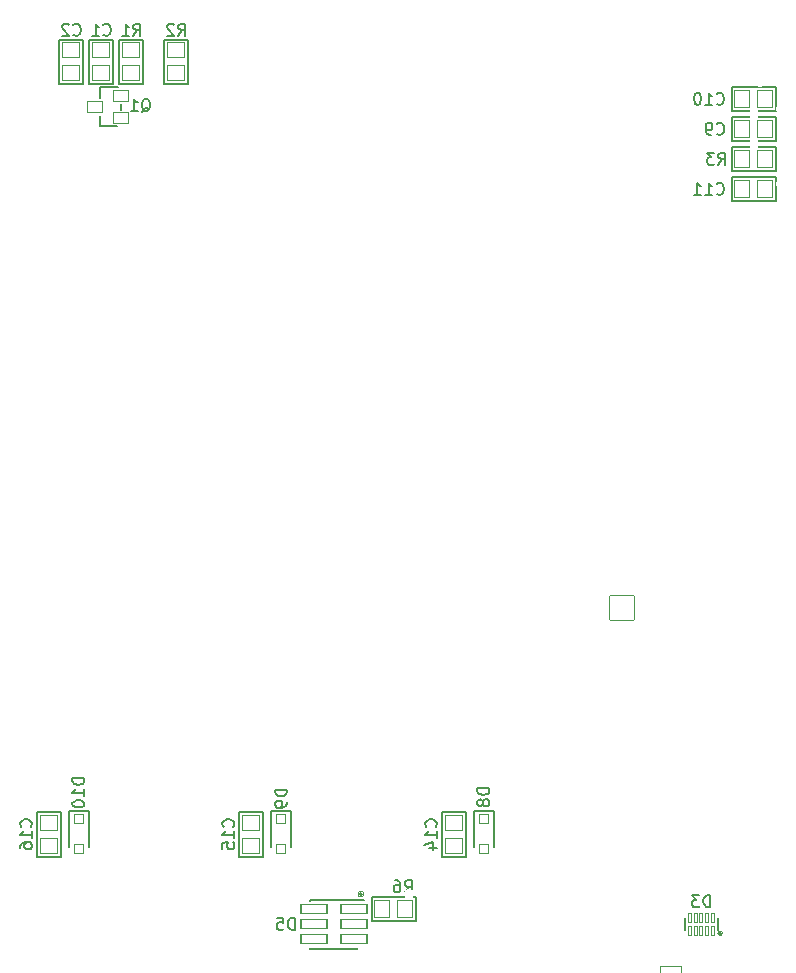
<source format=gbo>
G04 #@! TF.GenerationSoftware,KiCad,Pcbnew,7.0.9*
G04 #@! TF.CreationDate,2023-12-25T18:17:51+01:00*
G04 #@! TF.ProjectId,wall-mounted-room-temperature-sensor-wifi,77616c6c-2d6d-46f7-956e-7465642d726f,v1.0*
G04 #@! TF.SameCoordinates,Original*
G04 #@! TF.FileFunction,Legend,Bot*
G04 #@! TF.FilePolarity,Positive*
%FSLAX46Y46*%
G04 Gerber Fmt 4.6, Leading zero omitted, Abs format (unit mm)*
G04 Created by KiCad (PCBNEW 7.0.9) date 2023-12-25 18:17:51*
%MOMM*%
%LPD*%
G01*
G04 APERTURE LIST*
G04 Aperture macros list*
%AMRoundRect*
0 Rectangle with rounded corners*
0 $1 Rounding radius*
0 $2 $3 $4 $5 $6 $7 $8 $9 X,Y pos of 4 corners*
0 Add a 4 corners polygon primitive as box body*
4,1,4,$2,$3,$4,$5,$6,$7,$8,$9,$2,$3,0*
0 Add four circle primitives for the rounded corners*
1,1,$1+$1,$2,$3*
1,1,$1+$1,$4,$5*
1,1,$1+$1,$6,$7*
1,1,$1+$1,$8,$9*
0 Add four rect primitives between the rounded corners*
20,1,$1+$1,$2,$3,$4,$5,0*
20,1,$1+$1,$4,$5,$6,$7,0*
20,1,$1+$1,$6,$7,$8,$9,0*
20,1,$1+$1,$8,$9,$2,$3,0*%
G04 Aperture macros list end*
%ADD10C,0.170000*%
%ADD11C,0.160000*%
%ADD12C,0.120000*%
%ADD13C,1.950000*%
%ADD14C,3.600000*%
%ADD15C,3.100000*%
%ADD16RoundRect,0.050000X-0.900000X0.900000X-0.900000X-0.900000X0.900000X-0.900000X0.900000X0.900000X0*%
%ADD17O,1.900000X1.900000*%
%ADD18RoundRect,0.050000X-0.525000X-0.750000X0.525000X-0.750000X0.525000X0.750000X-0.525000X0.750000X0*%
%ADD19RoundRect,0.312500X-0.262500X-0.487500X0.262500X-0.487500X0.262500X0.487500X-0.262500X0.487500X0*%
%ADD20RoundRect,0.050000X1.050000X1.050000X-1.050000X1.050000X-1.050000X-1.050000X1.050000X-1.050000X0*%
%ADD21O,2.200000X2.200000*%
%ADD22C,3.300000*%
%ADD23C,4.600000*%
%ADD24RoundRect,0.050000X0.750000X-0.650000X0.750000X0.650000X-0.750000X0.650000X-0.750000X-0.650000X0*%
%ADD25RoundRect,0.050000X-0.650000X-0.750000X0.650000X-0.750000X0.650000X0.750000X-0.650000X0.750000X0*%
%ADD26RoundRect,0.050000X-0.750000X0.650000X-0.750000X-0.650000X0.750000X-0.650000X0.750000X0.650000X0*%
%ADD27RoundRect,0.050000X0.150000X0.400000X-0.150000X0.400000X-0.150000X-0.400000X0.150000X-0.400000X0*%
%ADD28RoundRect,0.050000X-0.400000X0.400000X-0.400000X-0.400000X0.400000X-0.400000X0.400000X0.400000X0*%
%ADD29RoundRect,0.050000X0.650000X0.500000X-0.650000X0.500000X-0.650000X-0.500000X0.650000X-0.500000X0*%
%ADD30RoundRect,0.050000X0.650000X0.750000X-0.650000X0.750000X-0.650000X-0.750000X0.650000X-0.750000X0*%
%ADD31RoundRect,0.050000X1.100000X0.400000X-1.100000X0.400000X-1.100000X-0.400000X1.100000X-0.400000X0*%
%ADD32C,0.900000*%
G04 APERTURE END LIST*
D10*
X79541666Y-70081540D02*
X79589285Y-70129160D01*
X79589285Y-70129160D02*
X79732142Y-70176779D01*
X79732142Y-70176779D02*
X79827380Y-70176779D01*
X79827380Y-70176779D02*
X79970237Y-70129160D01*
X79970237Y-70129160D02*
X80065475Y-70033921D01*
X80065475Y-70033921D02*
X80113094Y-69938683D01*
X80113094Y-69938683D02*
X80160713Y-69748207D01*
X80160713Y-69748207D02*
X80160713Y-69605350D01*
X80160713Y-69605350D02*
X80113094Y-69414874D01*
X80113094Y-69414874D02*
X80065475Y-69319636D01*
X80065475Y-69319636D02*
X79970237Y-69224398D01*
X79970237Y-69224398D02*
X79827380Y-69176779D01*
X79827380Y-69176779D02*
X79732142Y-69176779D01*
X79732142Y-69176779D02*
X79589285Y-69224398D01*
X79589285Y-69224398D02*
X79541666Y-69272017D01*
X78589285Y-70176779D02*
X79160713Y-70176779D01*
X78874999Y-70176779D02*
X78874999Y-69176779D01*
X78874999Y-69176779D02*
X78970237Y-69319636D01*
X78970237Y-69319636D02*
X79065475Y-69414874D01*
X79065475Y-69414874D02*
X79160713Y-69462493D01*
X77001666Y-70081540D02*
X77049285Y-70129160D01*
X77049285Y-70129160D02*
X77192142Y-70176779D01*
X77192142Y-70176779D02*
X77287380Y-70176779D01*
X77287380Y-70176779D02*
X77430237Y-70129160D01*
X77430237Y-70129160D02*
X77525475Y-70033921D01*
X77525475Y-70033921D02*
X77573094Y-69938683D01*
X77573094Y-69938683D02*
X77620713Y-69748207D01*
X77620713Y-69748207D02*
X77620713Y-69605350D01*
X77620713Y-69605350D02*
X77573094Y-69414874D01*
X77573094Y-69414874D02*
X77525475Y-69319636D01*
X77525475Y-69319636D02*
X77430237Y-69224398D01*
X77430237Y-69224398D02*
X77287380Y-69176779D01*
X77287380Y-69176779D02*
X77192142Y-69176779D01*
X77192142Y-69176779D02*
X77049285Y-69224398D01*
X77049285Y-69224398D02*
X77001666Y-69272017D01*
X76620713Y-69272017D02*
X76573094Y-69224398D01*
X76573094Y-69224398D02*
X76477856Y-69176779D01*
X76477856Y-69176779D02*
X76239761Y-69176779D01*
X76239761Y-69176779D02*
X76144523Y-69224398D01*
X76144523Y-69224398D02*
X76096904Y-69272017D01*
X76096904Y-69272017D02*
X76049285Y-69367255D01*
X76049285Y-69367255D02*
X76049285Y-69462493D01*
X76049285Y-69462493D02*
X76096904Y-69605350D01*
X76096904Y-69605350D02*
X76668332Y-70176779D01*
X76668332Y-70176779D02*
X76049285Y-70176779D01*
X131484666Y-78463540D02*
X131532285Y-78511160D01*
X131532285Y-78511160D02*
X131675142Y-78558779D01*
X131675142Y-78558779D02*
X131770380Y-78558779D01*
X131770380Y-78558779D02*
X131913237Y-78511160D01*
X131913237Y-78511160D02*
X132008475Y-78415921D01*
X132008475Y-78415921D02*
X132056094Y-78320683D01*
X132056094Y-78320683D02*
X132103713Y-78130207D01*
X132103713Y-78130207D02*
X132103713Y-77987350D01*
X132103713Y-77987350D02*
X132056094Y-77796874D01*
X132056094Y-77796874D02*
X132008475Y-77701636D01*
X132008475Y-77701636D02*
X131913237Y-77606398D01*
X131913237Y-77606398D02*
X131770380Y-77558779D01*
X131770380Y-77558779D02*
X131675142Y-77558779D01*
X131675142Y-77558779D02*
X131532285Y-77606398D01*
X131532285Y-77606398D02*
X131484666Y-77654017D01*
X131008475Y-78558779D02*
X130817999Y-78558779D01*
X130817999Y-78558779D02*
X130722761Y-78511160D01*
X130722761Y-78511160D02*
X130675142Y-78463540D01*
X130675142Y-78463540D02*
X130579904Y-78320683D01*
X130579904Y-78320683D02*
X130532285Y-78130207D01*
X130532285Y-78130207D02*
X130532285Y-77749255D01*
X130532285Y-77749255D02*
X130579904Y-77654017D01*
X130579904Y-77654017D02*
X130627523Y-77606398D01*
X130627523Y-77606398D02*
X130722761Y-77558779D01*
X130722761Y-77558779D02*
X130913237Y-77558779D01*
X130913237Y-77558779D02*
X131008475Y-77606398D01*
X131008475Y-77606398D02*
X131056094Y-77654017D01*
X131056094Y-77654017D02*
X131103713Y-77749255D01*
X131103713Y-77749255D02*
X131103713Y-77987350D01*
X131103713Y-77987350D02*
X131056094Y-78082588D01*
X131056094Y-78082588D02*
X131008475Y-78130207D01*
X131008475Y-78130207D02*
X130913237Y-78177826D01*
X130913237Y-78177826D02*
X130722761Y-78177826D01*
X130722761Y-78177826D02*
X130627523Y-78130207D01*
X130627523Y-78130207D02*
X130579904Y-78082588D01*
X130579904Y-78082588D02*
X130532285Y-77987350D01*
X131452857Y-75923540D02*
X131500476Y-75971160D01*
X131500476Y-75971160D02*
X131643333Y-76018779D01*
X131643333Y-76018779D02*
X131738571Y-76018779D01*
X131738571Y-76018779D02*
X131881428Y-75971160D01*
X131881428Y-75971160D02*
X131976666Y-75875921D01*
X131976666Y-75875921D02*
X132024285Y-75780683D01*
X132024285Y-75780683D02*
X132071904Y-75590207D01*
X132071904Y-75590207D02*
X132071904Y-75447350D01*
X132071904Y-75447350D02*
X132024285Y-75256874D01*
X132024285Y-75256874D02*
X131976666Y-75161636D01*
X131976666Y-75161636D02*
X131881428Y-75066398D01*
X131881428Y-75066398D02*
X131738571Y-75018779D01*
X131738571Y-75018779D02*
X131643333Y-75018779D01*
X131643333Y-75018779D02*
X131500476Y-75066398D01*
X131500476Y-75066398D02*
X131452857Y-75114017D01*
X130500476Y-76018779D02*
X131071904Y-76018779D01*
X130786190Y-76018779D02*
X130786190Y-75018779D01*
X130786190Y-75018779D02*
X130881428Y-75161636D01*
X130881428Y-75161636D02*
X130976666Y-75256874D01*
X130976666Y-75256874D02*
X131071904Y-75304493D01*
X129881428Y-75018779D02*
X129786190Y-75018779D01*
X129786190Y-75018779D02*
X129690952Y-75066398D01*
X129690952Y-75066398D02*
X129643333Y-75114017D01*
X129643333Y-75114017D02*
X129595714Y-75209255D01*
X129595714Y-75209255D02*
X129548095Y-75399731D01*
X129548095Y-75399731D02*
X129548095Y-75637826D01*
X129548095Y-75637826D02*
X129595714Y-75828302D01*
X129595714Y-75828302D02*
X129643333Y-75923540D01*
X129643333Y-75923540D02*
X129690952Y-75971160D01*
X129690952Y-75971160D02*
X129786190Y-76018779D01*
X129786190Y-76018779D02*
X129881428Y-76018779D01*
X129881428Y-76018779D02*
X129976666Y-75971160D01*
X129976666Y-75971160D02*
X130024285Y-75923540D01*
X130024285Y-75923540D02*
X130071904Y-75828302D01*
X130071904Y-75828302D02*
X130119523Y-75637826D01*
X130119523Y-75637826D02*
X130119523Y-75399731D01*
X130119523Y-75399731D02*
X130071904Y-75209255D01*
X130071904Y-75209255D02*
X130024285Y-75114017D01*
X130024285Y-75114017D02*
X129976666Y-75066398D01*
X129976666Y-75066398D02*
X129881428Y-75018779D01*
X131452857Y-83543540D02*
X131500476Y-83591160D01*
X131500476Y-83591160D02*
X131643333Y-83638779D01*
X131643333Y-83638779D02*
X131738571Y-83638779D01*
X131738571Y-83638779D02*
X131881428Y-83591160D01*
X131881428Y-83591160D02*
X131976666Y-83495921D01*
X131976666Y-83495921D02*
X132024285Y-83400683D01*
X132024285Y-83400683D02*
X132071904Y-83210207D01*
X132071904Y-83210207D02*
X132071904Y-83067350D01*
X132071904Y-83067350D02*
X132024285Y-82876874D01*
X132024285Y-82876874D02*
X131976666Y-82781636D01*
X131976666Y-82781636D02*
X131881428Y-82686398D01*
X131881428Y-82686398D02*
X131738571Y-82638779D01*
X131738571Y-82638779D02*
X131643333Y-82638779D01*
X131643333Y-82638779D02*
X131500476Y-82686398D01*
X131500476Y-82686398D02*
X131452857Y-82734017D01*
X130500476Y-83638779D02*
X131071904Y-83638779D01*
X130786190Y-83638779D02*
X130786190Y-82638779D01*
X130786190Y-82638779D02*
X130881428Y-82781636D01*
X130881428Y-82781636D02*
X130976666Y-82876874D01*
X130976666Y-82876874D02*
X131071904Y-82924493D01*
X129548095Y-83638779D02*
X130119523Y-83638779D01*
X129833809Y-83638779D02*
X129833809Y-82638779D01*
X129833809Y-82638779D02*
X129929047Y-82781636D01*
X129929047Y-82781636D02*
X130024285Y-82876874D01*
X130024285Y-82876874D02*
X130119523Y-82924493D01*
X107673540Y-137152142D02*
X107721160Y-137104523D01*
X107721160Y-137104523D02*
X107768779Y-136961666D01*
X107768779Y-136961666D02*
X107768779Y-136866428D01*
X107768779Y-136866428D02*
X107721160Y-136723571D01*
X107721160Y-136723571D02*
X107625921Y-136628333D01*
X107625921Y-136628333D02*
X107530683Y-136580714D01*
X107530683Y-136580714D02*
X107340207Y-136533095D01*
X107340207Y-136533095D02*
X107197350Y-136533095D01*
X107197350Y-136533095D02*
X107006874Y-136580714D01*
X107006874Y-136580714D02*
X106911636Y-136628333D01*
X106911636Y-136628333D02*
X106816398Y-136723571D01*
X106816398Y-136723571D02*
X106768779Y-136866428D01*
X106768779Y-136866428D02*
X106768779Y-136961666D01*
X106768779Y-136961666D02*
X106816398Y-137104523D01*
X106816398Y-137104523D02*
X106864017Y-137152142D01*
X107768779Y-138104523D02*
X107768779Y-137533095D01*
X107768779Y-137818809D02*
X106768779Y-137818809D01*
X106768779Y-137818809D02*
X106911636Y-137723571D01*
X106911636Y-137723571D02*
X107006874Y-137628333D01*
X107006874Y-137628333D02*
X107054493Y-137533095D01*
X107102112Y-138961666D02*
X107768779Y-138961666D01*
X106721160Y-138723571D02*
X107435445Y-138485476D01*
X107435445Y-138485476D02*
X107435445Y-139104523D01*
X90528540Y-137152142D02*
X90576160Y-137104523D01*
X90576160Y-137104523D02*
X90623779Y-136961666D01*
X90623779Y-136961666D02*
X90623779Y-136866428D01*
X90623779Y-136866428D02*
X90576160Y-136723571D01*
X90576160Y-136723571D02*
X90480921Y-136628333D01*
X90480921Y-136628333D02*
X90385683Y-136580714D01*
X90385683Y-136580714D02*
X90195207Y-136533095D01*
X90195207Y-136533095D02*
X90052350Y-136533095D01*
X90052350Y-136533095D02*
X89861874Y-136580714D01*
X89861874Y-136580714D02*
X89766636Y-136628333D01*
X89766636Y-136628333D02*
X89671398Y-136723571D01*
X89671398Y-136723571D02*
X89623779Y-136866428D01*
X89623779Y-136866428D02*
X89623779Y-136961666D01*
X89623779Y-136961666D02*
X89671398Y-137104523D01*
X89671398Y-137104523D02*
X89719017Y-137152142D01*
X90623779Y-138104523D02*
X90623779Y-137533095D01*
X90623779Y-137818809D02*
X89623779Y-137818809D01*
X89623779Y-137818809D02*
X89766636Y-137723571D01*
X89766636Y-137723571D02*
X89861874Y-137628333D01*
X89861874Y-137628333D02*
X89909493Y-137533095D01*
X89623779Y-139009285D02*
X89623779Y-138533095D01*
X89623779Y-138533095D02*
X90099969Y-138485476D01*
X90099969Y-138485476D02*
X90052350Y-138533095D01*
X90052350Y-138533095D02*
X90004731Y-138628333D01*
X90004731Y-138628333D02*
X90004731Y-138866428D01*
X90004731Y-138866428D02*
X90052350Y-138961666D01*
X90052350Y-138961666D02*
X90099969Y-139009285D01*
X90099969Y-139009285D02*
X90195207Y-139056904D01*
X90195207Y-139056904D02*
X90433302Y-139056904D01*
X90433302Y-139056904D02*
X90528540Y-139009285D01*
X90528540Y-139009285D02*
X90576160Y-138961666D01*
X90576160Y-138961666D02*
X90623779Y-138866428D01*
X90623779Y-138866428D02*
X90623779Y-138628333D01*
X90623779Y-138628333D02*
X90576160Y-138533095D01*
X90576160Y-138533095D02*
X90528540Y-138485476D01*
X73383540Y-137152142D02*
X73431160Y-137104523D01*
X73431160Y-137104523D02*
X73478779Y-136961666D01*
X73478779Y-136961666D02*
X73478779Y-136866428D01*
X73478779Y-136866428D02*
X73431160Y-136723571D01*
X73431160Y-136723571D02*
X73335921Y-136628333D01*
X73335921Y-136628333D02*
X73240683Y-136580714D01*
X73240683Y-136580714D02*
X73050207Y-136533095D01*
X73050207Y-136533095D02*
X72907350Y-136533095D01*
X72907350Y-136533095D02*
X72716874Y-136580714D01*
X72716874Y-136580714D02*
X72621636Y-136628333D01*
X72621636Y-136628333D02*
X72526398Y-136723571D01*
X72526398Y-136723571D02*
X72478779Y-136866428D01*
X72478779Y-136866428D02*
X72478779Y-136961666D01*
X72478779Y-136961666D02*
X72526398Y-137104523D01*
X72526398Y-137104523D02*
X72574017Y-137152142D01*
X73478779Y-138104523D02*
X73478779Y-137533095D01*
X73478779Y-137818809D02*
X72478779Y-137818809D01*
X72478779Y-137818809D02*
X72621636Y-137723571D01*
X72621636Y-137723571D02*
X72716874Y-137628333D01*
X72716874Y-137628333D02*
X72764493Y-137533095D01*
X72478779Y-138961666D02*
X72478779Y-138771190D01*
X72478779Y-138771190D02*
X72526398Y-138675952D01*
X72526398Y-138675952D02*
X72574017Y-138628333D01*
X72574017Y-138628333D02*
X72716874Y-138533095D01*
X72716874Y-138533095D02*
X72907350Y-138485476D01*
X72907350Y-138485476D02*
X73288302Y-138485476D01*
X73288302Y-138485476D02*
X73383540Y-138533095D01*
X73383540Y-138533095D02*
X73431160Y-138580714D01*
X73431160Y-138580714D02*
X73478779Y-138675952D01*
X73478779Y-138675952D02*
X73478779Y-138866428D01*
X73478779Y-138866428D02*
X73431160Y-138961666D01*
X73431160Y-138961666D02*
X73383540Y-139009285D01*
X73383540Y-139009285D02*
X73288302Y-139056904D01*
X73288302Y-139056904D02*
X73050207Y-139056904D01*
X73050207Y-139056904D02*
X72954969Y-139009285D01*
X72954969Y-139009285D02*
X72907350Y-138961666D01*
X72907350Y-138961666D02*
X72859731Y-138866428D01*
X72859731Y-138866428D02*
X72859731Y-138675952D01*
X72859731Y-138675952D02*
X72907350Y-138580714D01*
X72907350Y-138580714D02*
X72954969Y-138533095D01*
X72954969Y-138533095D02*
X73050207Y-138485476D01*
X130913094Y-143963779D02*
X130913094Y-142963779D01*
X130913094Y-142963779D02*
X130674999Y-142963779D01*
X130674999Y-142963779D02*
X130532142Y-143011398D01*
X130532142Y-143011398D02*
X130436904Y-143106636D01*
X130436904Y-143106636D02*
X130389285Y-143201874D01*
X130389285Y-143201874D02*
X130341666Y-143392350D01*
X130341666Y-143392350D02*
X130341666Y-143535207D01*
X130341666Y-143535207D02*
X130389285Y-143725683D01*
X130389285Y-143725683D02*
X130436904Y-143820921D01*
X130436904Y-143820921D02*
X130532142Y-143916160D01*
X130532142Y-143916160D02*
X130674999Y-143963779D01*
X130674999Y-143963779D02*
X130913094Y-143963779D01*
X130008332Y-142963779D02*
X129389285Y-142963779D01*
X129389285Y-142963779D02*
X129722618Y-143344731D01*
X129722618Y-143344731D02*
X129579761Y-143344731D01*
X129579761Y-143344731D02*
X129484523Y-143392350D01*
X129484523Y-143392350D02*
X129436904Y-143439969D01*
X129436904Y-143439969D02*
X129389285Y-143535207D01*
X129389285Y-143535207D02*
X129389285Y-143773302D01*
X129389285Y-143773302D02*
X129436904Y-143868540D01*
X129436904Y-143868540D02*
X129484523Y-143916160D01*
X129484523Y-143916160D02*
X129579761Y-143963779D01*
X129579761Y-143963779D02*
X129865475Y-143963779D01*
X129865475Y-143963779D02*
X129960713Y-143916160D01*
X129960713Y-143916160D02*
X130008332Y-143868540D01*
D11*
X112214299Y-133881905D02*
X111214299Y-133881905D01*
X111214299Y-133881905D02*
X111214299Y-134120000D01*
X111214299Y-134120000D02*
X111261918Y-134262857D01*
X111261918Y-134262857D02*
X111357156Y-134358095D01*
X111357156Y-134358095D02*
X111452394Y-134405714D01*
X111452394Y-134405714D02*
X111642870Y-134453333D01*
X111642870Y-134453333D02*
X111785727Y-134453333D01*
X111785727Y-134453333D02*
X111976203Y-134405714D01*
X111976203Y-134405714D02*
X112071441Y-134358095D01*
X112071441Y-134358095D02*
X112166680Y-134262857D01*
X112166680Y-134262857D02*
X112214299Y-134120000D01*
X112214299Y-134120000D02*
X112214299Y-133881905D01*
X111642870Y-135024762D02*
X111595251Y-134929524D01*
X111595251Y-134929524D02*
X111547632Y-134881905D01*
X111547632Y-134881905D02*
X111452394Y-134834286D01*
X111452394Y-134834286D02*
X111404775Y-134834286D01*
X111404775Y-134834286D02*
X111309537Y-134881905D01*
X111309537Y-134881905D02*
X111261918Y-134929524D01*
X111261918Y-134929524D02*
X111214299Y-135024762D01*
X111214299Y-135024762D02*
X111214299Y-135215238D01*
X111214299Y-135215238D02*
X111261918Y-135310476D01*
X111261918Y-135310476D02*
X111309537Y-135358095D01*
X111309537Y-135358095D02*
X111404775Y-135405714D01*
X111404775Y-135405714D02*
X111452394Y-135405714D01*
X111452394Y-135405714D02*
X111547632Y-135358095D01*
X111547632Y-135358095D02*
X111595251Y-135310476D01*
X111595251Y-135310476D02*
X111642870Y-135215238D01*
X111642870Y-135215238D02*
X111642870Y-135024762D01*
X111642870Y-135024762D02*
X111690489Y-134929524D01*
X111690489Y-134929524D02*
X111738108Y-134881905D01*
X111738108Y-134881905D02*
X111833346Y-134834286D01*
X111833346Y-134834286D02*
X112023822Y-134834286D01*
X112023822Y-134834286D02*
X112119060Y-134881905D01*
X112119060Y-134881905D02*
X112166680Y-134929524D01*
X112166680Y-134929524D02*
X112214299Y-135024762D01*
X112214299Y-135024762D02*
X112214299Y-135215238D01*
X112214299Y-135215238D02*
X112166680Y-135310476D01*
X112166680Y-135310476D02*
X112119060Y-135358095D01*
X112119060Y-135358095D02*
X112023822Y-135405714D01*
X112023822Y-135405714D02*
X111833346Y-135405714D01*
X111833346Y-135405714D02*
X111738108Y-135358095D01*
X111738108Y-135358095D02*
X111690489Y-135310476D01*
X111690489Y-135310476D02*
X111642870Y-135215238D01*
X95069299Y-134008905D02*
X94069299Y-134008905D01*
X94069299Y-134008905D02*
X94069299Y-134247000D01*
X94069299Y-134247000D02*
X94116918Y-134389857D01*
X94116918Y-134389857D02*
X94212156Y-134485095D01*
X94212156Y-134485095D02*
X94307394Y-134532714D01*
X94307394Y-134532714D02*
X94497870Y-134580333D01*
X94497870Y-134580333D02*
X94640727Y-134580333D01*
X94640727Y-134580333D02*
X94831203Y-134532714D01*
X94831203Y-134532714D02*
X94926441Y-134485095D01*
X94926441Y-134485095D02*
X95021680Y-134389857D01*
X95021680Y-134389857D02*
X95069299Y-134247000D01*
X95069299Y-134247000D02*
X95069299Y-134008905D01*
X95069299Y-135056524D02*
X95069299Y-135247000D01*
X95069299Y-135247000D02*
X95021680Y-135342238D01*
X95021680Y-135342238D02*
X94974060Y-135389857D01*
X94974060Y-135389857D02*
X94831203Y-135485095D01*
X94831203Y-135485095D02*
X94640727Y-135532714D01*
X94640727Y-135532714D02*
X94259775Y-135532714D01*
X94259775Y-135532714D02*
X94164537Y-135485095D01*
X94164537Y-135485095D02*
X94116918Y-135437476D01*
X94116918Y-135437476D02*
X94069299Y-135342238D01*
X94069299Y-135342238D02*
X94069299Y-135151762D01*
X94069299Y-135151762D02*
X94116918Y-135056524D01*
X94116918Y-135056524D02*
X94164537Y-135008905D01*
X94164537Y-135008905D02*
X94259775Y-134961286D01*
X94259775Y-134961286D02*
X94497870Y-134961286D01*
X94497870Y-134961286D02*
X94593108Y-135008905D01*
X94593108Y-135008905D02*
X94640727Y-135056524D01*
X94640727Y-135056524D02*
X94688346Y-135151762D01*
X94688346Y-135151762D02*
X94688346Y-135342238D01*
X94688346Y-135342238D02*
X94640727Y-135437476D01*
X94640727Y-135437476D02*
X94593108Y-135485095D01*
X94593108Y-135485095D02*
X94497870Y-135532714D01*
X77924299Y-133024714D02*
X76924299Y-133024714D01*
X76924299Y-133024714D02*
X76924299Y-133262809D01*
X76924299Y-133262809D02*
X76971918Y-133405666D01*
X76971918Y-133405666D02*
X77067156Y-133500904D01*
X77067156Y-133500904D02*
X77162394Y-133548523D01*
X77162394Y-133548523D02*
X77352870Y-133596142D01*
X77352870Y-133596142D02*
X77495727Y-133596142D01*
X77495727Y-133596142D02*
X77686203Y-133548523D01*
X77686203Y-133548523D02*
X77781441Y-133500904D01*
X77781441Y-133500904D02*
X77876680Y-133405666D01*
X77876680Y-133405666D02*
X77924299Y-133262809D01*
X77924299Y-133262809D02*
X77924299Y-133024714D01*
X77924299Y-134548523D02*
X77924299Y-133977095D01*
X77924299Y-134262809D02*
X76924299Y-134262809D01*
X76924299Y-134262809D02*
X77067156Y-134167571D01*
X77067156Y-134167571D02*
X77162394Y-134072333D01*
X77162394Y-134072333D02*
X77210013Y-133977095D01*
X76924299Y-135167571D02*
X76924299Y-135262809D01*
X76924299Y-135262809D02*
X76971918Y-135358047D01*
X76971918Y-135358047D02*
X77019537Y-135405666D01*
X77019537Y-135405666D02*
X77114775Y-135453285D01*
X77114775Y-135453285D02*
X77305251Y-135500904D01*
X77305251Y-135500904D02*
X77543346Y-135500904D01*
X77543346Y-135500904D02*
X77733822Y-135453285D01*
X77733822Y-135453285D02*
X77829060Y-135405666D01*
X77829060Y-135405666D02*
X77876680Y-135358047D01*
X77876680Y-135358047D02*
X77924299Y-135262809D01*
X77924299Y-135262809D02*
X77924299Y-135167571D01*
X77924299Y-135167571D02*
X77876680Y-135072333D01*
X77876680Y-135072333D02*
X77829060Y-135024714D01*
X77829060Y-135024714D02*
X77733822Y-134977095D01*
X77733822Y-134977095D02*
X77543346Y-134929476D01*
X77543346Y-134929476D02*
X77305251Y-134929476D01*
X77305251Y-134929476D02*
X77114775Y-134977095D01*
X77114775Y-134977095D02*
X77019537Y-135024714D01*
X77019537Y-135024714D02*
X76971918Y-135072333D01*
X76971918Y-135072333D02*
X76924299Y-135167571D01*
X82772238Y-76622537D02*
X82867476Y-76574918D01*
X82867476Y-76574918D02*
X82962714Y-76479680D01*
X82962714Y-76479680D02*
X83105571Y-76336822D01*
X83105571Y-76336822D02*
X83200809Y-76289203D01*
X83200809Y-76289203D02*
X83296047Y-76289203D01*
X83248428Y-76527299D02*
X83343666Y-76479680D01*
X83343666Y-76479680D02*
X83438904Y-76384441D01*
X83438904Y-76384441D02*
X83486523Y-76193965D01*
X83486523Y-76193965D02*
X83486523Y-75860632D01*
X83486523Y-75860632D02*
X83438904Y-75670156D01*
X83438904Y-75670156D02*
X83343666Y-75574918D01*
X83343666Y-75574918D02*
X83248428Y-75527299D01*
X83248428Y-75527299D02*
X83057952Y-75527299D01*
X83057952Y-75527299D02*
X82962714Y-75574918D01*
X82962714Y-75574918D02*
X82867476Y-75670156D01*
X82867476Y-75670156D02*
X82819857Y-75860632D01*
X82819857Y-75860632D02*
X82819857Y-76193965D01*
X82819857Y-76193965D02*
X82867476Y-76384441D01*
X82867476Y-76384441D02*
X82962714Y-76479680D01*
X82962714Y-76479680D02*
X83057952Y-76527299D01*
X83057952Y-76527299D02*
X83248428Y-76527299D01*
X81867476Y-76527299D02*
X82438904Y-76527299D01*
X82153190Y-76527299D02*
X82153190Y-75527299D01*
X82153190Y-75527299D02*
X82248428Y-75670156D01*
X82248428Y-75670156D02*
X82343666Y-75765394D01*
X82343666Y-75765394D02*
X82438904Y-75813013D01*
D10*
X82081666Y-70176779D02*
X82414999Y-69700588D01*
X82653094Y-70176779D02*
X82653094Y-69176779D01*
X82653094Y-69176779D02*
X82272142Y-69176779D01*
X82272142Y-69176779D02*
X82176904Y-69224398D01*
X82176904Y-69224398D02*
X82129285Y-69272017D01*
X82129285Y-69272017D02*
X82081666Y-69367255D01*
X82081666Y-69367255D02*
X82081666Y-69510112D01*
X82081666Y-69510112D02*
X82129285Y-69605350D01*
X82129285Y-69605350D02*
X82176904Y-69652969D01*
X82176904Y-69652969D02*
X82272142Y-69700588D01*
X82272142Y-69700588D02*
X82653094Y-69700588D01*
X81129285Y-70176779D02*
X81700713Y-70176779D01*
X81414999Y-70176779D02*
X81414999Y-69176779D01*
X81414999Y-69176779D02*
X81510237Y-69319636D01*
X81510237Y-69319636D02*
X81605475Y-69414874D01*
X81605475Y-69414874D02*
X81700713Y-69462493D01*
X85891666Y-70176779D02*
X86224999Y-69700588D01*
X86463094Y-70176779D02*
X86463094Y-69176779D01*
X86463094Y-69176779D02*
X86082142Y-69176779D01*
X86082142Y-69176779D02*
X85986904Y-69224398D01*
X85986904Y-69224398D02*
X85939285Y-69272017D01*
X85939285Y-69272017D02*
X85891666Y-69367255D01*
X85891666Y-69367255D02*
X85891666Y-69510112D01*
X85891666Y-69510112D02*
X85939285Y-69605350D01*
X85939285Y-69605350D02*
X85986904Y-69652969D01*
X85986904Y-69652969D02*
X86082142Y-69700588D01*
X86082142Y-69700588D02*
X86463094Y-69700588D01*
X85510713Y-69272017D02*
X85463094Y-69224398D01*
X85463094Y-69224398D02*
X85367856Y-69176779D01*
X85367856Y-69176779D02*
X85129761Y-69176779D01*
X85129761Y-69176779D02*
X85034523Y-69224398D01*
X85034523Y-69224398D02*
X84986904Y-69272017D01*
X84986904Y-69272017D02*
X84939285Y-69367255D01*
X84939285Y-69367255D02*
X84939285Y-69462493D01*
X84939285Y-69462493D02*
X84986904Y-69605350D01*
X84986904Y-69605350D02*
X85558332Y-70176779D01*
X85558332Y-70176779D02*
X84939285Y-70176779D01*
X131611666Y-81098779D02*
X131944999Y-80622588D01*
X132183094Y-81098779D02*
X132183094Y-80098779D01*
X132183094Y-80098779D02*
X131802142Y-80098779D01*
X131802142Y-80098779D02*
X131706904Y-80146398D01*
X131706904Y-80146398D02*
X131659285Y-80194017D01*
X131659285Y-80194017D02*
X131611666Y-80289255D01*
X131611666Y-80289255D02*
X131611666Y-80432112D01*
X131611666Y-80432112D02*
X131659285Y-80527350D01*
X131659285Y-80527350D02*
X131706904Y-80574969D01*
X131706904Y-80574969D02*
X131802142Y-80622588D01*
X131802142Y-80622588D02*
X132183094Y-80622588D01*
X131278332Y-80098779D02*
X130659285Y-80098779D01*
X130659285Y-80098779D02*
X130992618Y-80479731D01*
X130992618Y-80479731D02*
X130849761Y-80479731D01*
X130849761Y-80479731D02*
X130754523Y-80527350D01*
X130754523Y-80527350D02*
X130706904Y-80574969D01*
X130706904Y-80574969D02*
X130659285Y-80670207D01*
X130659285Y-80670207D02*
X130659285Y-80908302D01*
X130659285Y-80908302D02*
X130706904Y-81003540D01*
X130706904Y-81003540D02*
X130754523Y-81051160D01*
X130754523Y-81051160D02*
X130849761Y-81098779D01*
X130849761Y-81098779D02*
X131135475Y-81098779D01*
X131135475Y-81098779D02*
X131230713Y-81051160D01*
X131230713Y-81051160D02*
X131278332Y-81003540D01*
X105068666Y-142693779D02*
X105401999Y-142217588D01*
X105640094Y-142693779D02*
X105640094Y-141693779D01*
X105640094Y-141693779D02*
X105259142Y-141693779D01*
X105259142Y-141693779D02*
X105163904Y-141741398D01*
X105163904Y-141741398D02*
X105116285Y-141789017D01*
X105116285Y-141789017D02*
X105068666Y-141884255D01*
X105068666Y-141884255D02*
X105068666Y-142027112D01*
X105068666Y-142027112D02*
X105116285Y-142122350D01*
X105116285Y-142122350D02*
X105163904Y-142169969D01*
X105163904Y-142169969D02*
X105259142Y-142217588D01*
X105259142Y-142217588D02*
X105640094Y-142217588D01*
X104211523Y-141693779D02*
X104401999Y-141693779D01*
X104401999Y-141693779D02*
X104497237Y-141741398D01*
X104497237Y-141741398D02*
X104544856Y-141789017D01*
X104544856Y-141789017D02*
X104640094Y-141931874D01*
X104640094Y-141931874D02*
X104687713Y-142122350D01*
X104687713Y-142122350D02*
X104687713Y-142503302D01*
X104687713Y-142503302D02*
X104640094Y-142598540D01*
X104640094Y-142598540D02*
X104592475Y-142646160D01*
X104592475Y-142646160D02*
X104497237Y-142693779D01*
X104497237Y-142693779D02*
X104306761Y-142693779D01*
X104306761Y-142693779D02*
X104211523Y-142646160D01*
X104211523Y-142646160D02*
X104163904Y-142598540D01*
X104163904Y-142598540D02*
X104116285Y-142503302D01*
X104116285Y-142503302D02*
X104116285Y-142265207D01*
X104116285Y-142265207D02*
X104163904Y-142169969D01*
X104163904Y-142169969D02*
X104211523Y-142122350D01*
X104211523Y-142122350D02*
X104306761Y-142074731D01*
X104306761Y-142074731D02*
X104497237Y-142074731D01*
X104497237Y-142074731D02*
X104592475Y-142122350D01*
X104592475Y-142122350D02*
X104640094Y-142169969D01*
X104640094Y-142169969D02*
X104687713Y-142265207D01*
D11*
X95734094Y-145869299D02*
X95734094Y-144869299D01*
X95734094Y-144869299D02*
X95495999Y-144869299D01*
X95495999Y-144869299D02*
X95353142Y-144916918D01*
X95353142Y-144916918D02*
X95257904Y-145012156D01*
X95257904Y-145012156D02*
X95210285Y-145107394D01*
X95210285Y-145107394D02*
X95162666Y-145297870D01*
X95162666Y-145297870D02*
X95162666Y-145440727D01*
X95162666Y-145440727D02*
X95210285Y-145631203D01*
X95210285Y-145631203D02*
X95257904Y-145726441D01*
X95257904Y-145726441D02*
X95353142Y-145821680D01*
X95353142Y-145821680D02*
X95495999Y-145869299D01*
X95495999Y-145869299D02*
X95734094Y-145869299D01*
X94257904Y-144869299D02*
X94734094Y-144869299D01*
X94734094Y-144869299D02*
X94781713Y-145345489D01*
X94781713Y-145345489D02*
X94734094Y-145297870D01*
X94734094Y-145297870D02*
X94638856Y-145250251D01*
X94638856Y-145250251D02*
X94400761Y-145250251D01*
X94400761Y-145250251D02*
X94305523Y-145297870D01*
X94305523Y-145297870D02*
X94257904Y-145345489D01*
X94257904Y-145345489D02*
X94210285Y-145440727D01*
X94210285Y-145440727D02*
X94210285Y-145678822D01*
X94210285Y-145678822D02*
X94257904Y-145774060D01*
X94257904Y-145774060D02*
X94305523Y-145821680D01*
X94305523Y-145821680D02*
X94400761Y-145869299D01*
X94400761Y-145869299D02*
X94638856Y-145869299D01*
X94638856Y-145869299D02*
X94734094Y-145821680D01*
X94734094Y-145821680D02*
X94781713Y-145774060D01*
D10*
X78359000Y-74270000D02*
X80391000Y-74270000D01*
X78359000Y-74270000D02*
X78359000Y-70510000D01*
X80391000Y-74270000D02*
X80391000Y-70510000D01*
X78359000Y-70510000D02*
X80391000Y-70510000D01*
X75819000Y-74270000D02*
X77851000Y-74270000D01*
X75819000Y-74270000D02*
X75819000Y-70510000D01*
X77851000Y-74270000D02*
X77851000Y-70510000D01*
X75819000Y-70510000D02*
X77851000Y-70510000D01*
X132740000Y-77089000D02*
X132740000Y-79121000D01*
X132740000Y-77089000D02*
X136500000Y-77089000D01*
X132740000Y-79121000D02*
X136500000Y-79121000D01*
X136500000Y-77089000D02*
X136500000Y-79121000D01*
X132740000Y-74549000D02*
X132740000Y-76581000D01*
X132740000Y-74549000D02*
X136500000Y-74549000D01*
X132740000Y-76581000D02*
X136500000Y-76581000D01*
X136500000Y-74549000D02*
X136500000Y-76581000D01*
X132740000Y-82169000D02*
X132740000Y-84201000D01*
X132740000Y-82169000D02*
X136500000Y-82169000D01*
X132740000Y-84201000D02*
X136500000Y-84201000D01*
X136500000Y-82169000D02*
X136500000Y-84201000D01*
X110236000Y-135915000D02*
X108204000Y-135915000D01*
X110236000Y-135915000D02*
X110236000Y-139675000D01*
X108204000Y-135915000D02*
X108204000Y-139675000D01*
X110236000Y-139675000D02*
X108204000Y-139675000D01*
X93091000Y-135915000D02*
X91059000Y-135915000D01*
X93091000Y-135915000D02*
X93091000Y-139675000D01*
X91059000Y-135915000D02*
X91059000Y-139675000D01*
X93091000Y-139675000D02*
X91059000Y-139675000D01*
X75946000Y-135915000D02*
X73914000Y-135915000D01*
X75946000Y-135915000D02*
X75946000Y-139675000D01*
X73914000Y-135915000D02*
X73914000Y-139675000D01*
X75946000Y-139675000D02*
X73914000Y-139675000D01*
X131572000Y-145605500D02*
X131572000Y-145923000D01*
X128778000Y-144907000D02*
X128778000Y-145923000D01*
X131572000Y-144907000D02*
X131572000Y-145605500D01*
D12*
X131953000Y-146177000D02*
G75*
G03*
X131953000Y-146177000I-190500J0D01*
G01*
X131889500Y-146177000D02*
G75*
G03*
X131889500Y-146177000I-127000J0D01*
G01*
X131826000Y-146177000D02*
G75*
G03*
X131826000Y-146177000I-63500J0D01*
G01*
D11*
X112610000Y-135826500D02*
X112610000Y-138845000D01*
X110910000Y-135826500D02*
X112610000Y-135826500D01*
X110910000Y-135826500D02*
X110910000Y-138845000D01*
X95465000Y-135826500D02*
X95465000Y-138845000D01*
X93765000Y-135826500D02*
X95465000Y-135826500D01*
X93765000Y-135826500D02*
X93765000Y-138845000D01*
X78320000Y-135826500D02*
X78320000Y-138845000D01*
X76620000Y-135826500D02*
X78320000Y-135826500D01*
X76620000Y-135826500D02*
X76620000Y-138845000D01*
X81026000Y-75946000D02*
X81026000Y-76454000D01*
X79250000Y-77851000D02*
X80710000Y-77851000D01*
X79250000Y-74549000D02*
X79250000Y-75438000D01*
X79248000Y-77851000D02*
X79248000Y-76962000D01*
X79248000Y-74549000D02*
X80772000Y-74549000D01*
D10*
X80899000Y-74270000D02*
X82931000Y-74270000D01*
X80899000Y-74270000D02*
X80899000Y-70510000D01*
X82931000Y-74270000D02*
X82931000Y-70510000D01*
X80899000Y-70510000D02*
X82931000Y-70510000D01*
X86741000Y-70510000D02*
X84709000Y-70510000D01*
X86741000Y-70510000D02*
X86741000Y-74270000D01*
X84709000Y-70510000D02*
X84709000Y-74270000D01*
X86741000Y-74270000D02*
X84709000Y-74270000D01*
X132740000Y-79629000D02*
X132740000Y-81661000D01*
X132740000Y-79629000D02*
X136500000Y-79629000D01*
X132740000Y-81661000D02*
X136500000Y-81661000D01*
X136500000Y-79629000D02*
X136500000Y-81661000D01*
X106020000Y-145161000D02*
X106020000Y-143129000D01*
X106020000Y-145161000D02*
X102260000Y-145161000D01*
X106020000Y-143129000D02*
X102260000Y-143129000D01*
X102260000Y-145161000D02*
X102260000Y-143129000D01*
D11*
X101600000Y-143335000D02*
X97070000Y-143335000D01*
X101050000Y-147495000D02*
X97070000Y-147495000D01*
X101050000Y-147383500D02*
X101050000Y-147495000D01*
X97070000Y-147383500D02*
X97070000Y-147495000D01*
X97070000Y-143335000D02*
X97070000Y-143446500D01*
D12*
X101600000Y-142860010D02*
G75*
G03*
X101600000Y-142860010I-254000J0D01*
G01*
X101409500Y-142860010D02*
G75*
G03*
X101409500Y-142860010I-63500J0D01*
G01*
X101487990Y-142860010D02*
G75*
G03*
X101487990Y-142860010I-141990J0D01*
G01*
%LPC*%
D13*
X108585000Y-133270000D03*
X108585000Y-142320000D03*
D14*
X114885000Y-140345000D03*
X102285000Y-140345000D03*
X114885000Y-135245000D03*
X102285000Y-135245000D03*
D15*
X108585000Y-144745000D03*
D13*
X91500000Y-133270000D03*
X91500000Y-142320000D03*
D14*
X97800000Y-140345000D03*
X85200000Y-140345000D03*
X97800000Y-135245000D03*
X85200000Y-135245000D03*
D15*
X91500000Y-144745000D03*
D13*
X74295000Y-133270000D03*
X74295000Y-142320000D03*
D14*
X80595000Y-140345000D03*
X67995000Y-140345000D03*
X80595000Y-135245000D03*
X67995000Y-135245000D03*
D15*
X74295000Y-144745000D03*
D16*
X127635000Y-149860000D03*
D17*
X127635000Y-152400000D03*
X130175000Y-149860000D03*
X130175000Y-152400000D03*
X132715000Y-149860000D03*
X132715000Y-152400000D03*
D18*
X90170000Y-155575000D03*
D19*
X91440000Y-155575000D03*
X92710000Y-155575000D03*
D20*
X123444000Y-118618000D03*
D21*
X123444000Y-116078000D03*
X123444000Y-113538000D03*
X123444000Y-110998000D03*
X123444000Y-108458000D03*
X123444000Y-105918000D03*
X123444000Y-103378000D03*
X123444000Y-100838000D03*
X123444000Y-98298000D03*
D22*
X61000000Y-125720000D03*
X61000000Y-91720000D03*
D23*
X48895000Y-150095000D03*
X53395000Y-152845000D03*
X48895000Y-156595000D03*
D24*
X79375000Y-73360000D03*
X79375000Y-71420000D03*
X76835000Y-73360000D03*
X76835000Y-71420000D03*
D25*
X133650000Y-78105000D03*
X135590000Y-78105000D03*
X133650000Y-75565000D03*
X135590000Y-75565000D03*
X133650000Y-83185000D03*
X135590000Y-83185000D03*
D26*
X109220000Y-136825000D03*
X109220000Y-138765000D03*
X92075000Y-136825000D03*
X92075000Y-138765000D03*
X74930000Y-136825000D03*
X74930000Y-138765000D03*
D27*
X131175000Y-145955000D03*
X130675000Y-145955000D03*
X130175000Y-145955000D03*
X129675000Y-145955000D03*
X129175000Y-145955000D03*
X129175000Y-144875000D03*
X129675000Y-144875000D03*
X130175000Y-144875000D03*
X130675000Y-144875000D03*
X131175000Y-144875000D03*
D28*
X111760000Y-136525000D03*
X111760000Y-139065000D03*
X94615000Y-136525000D03*
X94615000Y-139065000D03*
X77470000Y-136525000D03*
X77470000Y-139065000D03*
D29*
X81010000Y-75250000D03*
X81010000Y-77150000D03*
X78810000Y-76200000D03*
D24*
X81915000Y-73360000D03*
X81915000Y-71420000D03*
D26*
X85725000Y-71420000D03*
X85725000Y-73360000D03*
D25*
X133650000Y-80645000D03*
X135590000Y-80645000D03*
D30*
X105110000Y-144145000D03*
X103170000Y-144145000D03*
D31*
X100787200Y-144145000D03*
X100787200Y-145415000D03*
X100787200Y-146685000D03*
X97332800Y-146685000D03*
X97332800Y-145415000D03*
X97332800Y-144145000D03*
D32*
X99060000Y-84455000D03*
X82550000Y-118745000D03*
X88468200Y-92913200D03*
X86995000Y-98425000D03*
X136940001Y-82769999D03*
X121285000Y-156845000D03*
X86995000Y-100330000D03*
X67310000Y-147320000D03*
X92075000Y-100330000D03*
X93980000Y-118745000D03*
X136940001Y-76419999D03*
X89535000Y-98425000D03*
X99060000Y-80645000D03*
X86995000Y-96520000D03*
X143510000Y-107315000D03*
X71120000Y-118745000D03*
X59690000Y-109220000D03*
X123190000Y-145415000D03*
X143510000Y-142240000D03*
X82550000Y-109220000D03*
X89535000Y-96520000D03*
X40005000Y-141605000D03*
X55245000Y-70485000D03*
X143510000Y-156845000D03*
X95885000Y-80645000D03*
X40005000Y-70485000D03*
X95885000Y-88265000D03*
X40005000Y-106045000D03*
X89535000Y-100330000D03*
X143510000Y-124460000D03*
X40005000Y-121285000D03*
X95885000Y-76835000D03*
X71120000Y-109220000D03*
X89535000Y-70485000D03*
X99060000Y-88265000D03*
X106680000Y-70485000D03*
X99060000Y-76835000D03*
X83820000Y-100330000D03*
X59690000Y-118745000D03*
X40005000Y-156845000D03*
X93980000Y-109220000D03*
X73025000Y-70485000D03*
X95250000Y-151130000D03*
X40005000Y-88900000D03*
X95885000Y-84455000D03*
X73025000Y-97790000D03*
X77470000Y-76200000D03*
X81280000Y-94996000D03*
X85090000Y-97790000D03*
X73025000Y-94996000D03*
X76200000Y-76200000D03*
X86868000Y-92837000D03*
X77470000Y-97790000D03*
X81280000Y-97790000D03*
X73660000Y-78740000D03*
X73025000Y-81280000D03*
X77470000Y-94996000D03*
X85217000Y-95123000D03*
X76200000Y-89535000D03*
X127000000Y-86995000D03*
X76200000Y-86360000D03*
X76835000Y-90805000D03*
X108585000Y-85725000D03*
X123799600Y-94589600D03*
X134620000Y-79375000D03*
X135128000Y-74114999D03*
X134620000Y-76835000D03*
X109855000Y-84455000D03*
X76200000Y-87630000D03*
X97790000Y-94615000D03*
X105410000Y-142875000D03*
X97790000Y-97790000D03*
X88265000Y-127635000D03*
X100965000Y-97790000D03*
X100965000Y-94615000D03*
X105410000Y-113665000D03*
X94615000Y-94615000D03*
X105410000Y-118110000D03*
X94615000Y-97790000D03*
X92710000Y-127635000D03*
X130810000Y-74295000D03*
X130175000Y-147955000D03*
X121285000Y-142875000D03*
X121285000Y-81615000D03*
X121285000Y-147320000D03*
X119989600Y-91440000D03*
X121285000Y-84455000D03*
X128270000Y-74295000D03*
X127000000Y-74295000D03*
X92710000Y-122555000D03*
X102870000Y-122555000D03*
X125730000Y-74295000D03*
X127635000Y-139700000D03*
X118110000Y-114300000D03*
X118110000Y-113030000D03*
X93345000Y-73660000D03*
X127635000Y-140970000D03*
X92075000Y-73660000D03*
X127000000Y-91440000D03*
X130149600Y-91440000D03*
X121920000Y-91440000D03*
X118719600Y-96520000D03*
X133985000Y-99060000D03*
X134315200Y-91135200D03*
X133985000Y-103505000D03*
X135585200Y-91135200D03*
X127635000Y-84455000D03*
X104140000Y-146050000D03*
X122555000Y-84455000D03*
X134620000Y-120650000D03*
X133985000Y-93345000D03*
X126365000Y-123190000D03*
X124460000Y-74295000D03*
X83820000Y-73660000D03*
X95250000Y-144145000D03*
X90805000Y-147955000D03*
%LPD*%
M02*

</source>
